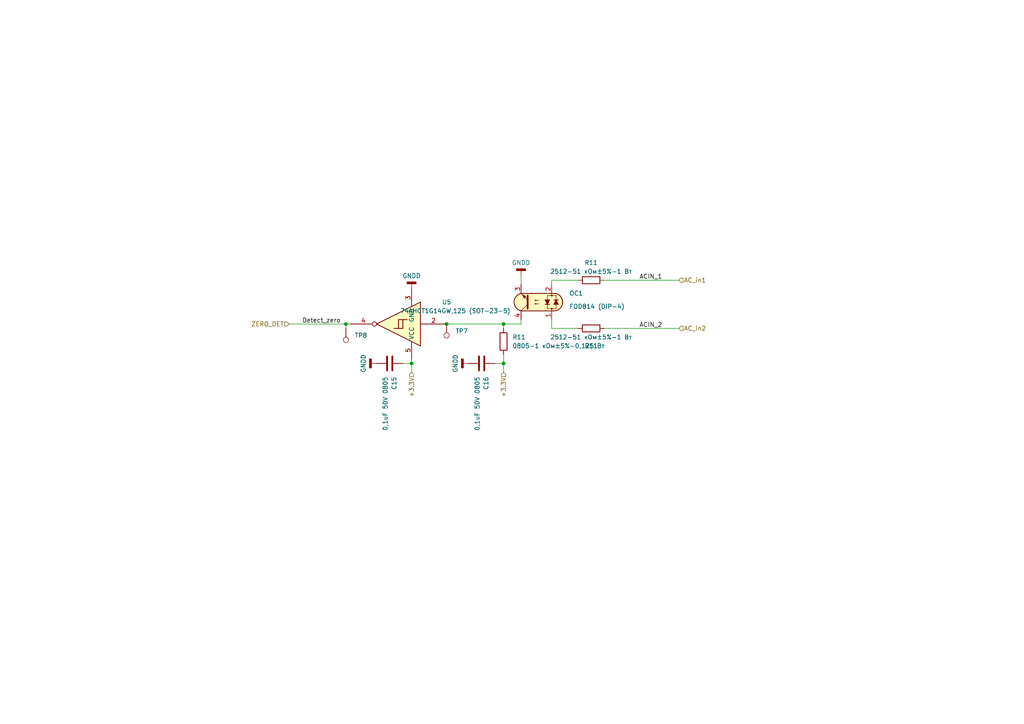
<source format=kicad_sch>
(kicad_sch (version 20230121) (generator eeschema)
  (paper "A4")
  (lib_symbols
    (symbol "74xGxx:74AHCT1G14"
      (property "Reference" "U" (at -2.54 3.81 0))
      (property "Value" "74AHCT1G14" (at 0 -3.81 0))
      (symbol "74AHCT1G14_0_1"
        (polyline (pts (xy -2.54 -1.27) (xy -1.27 -1.27) (xy -1.27 1.27)) (stroke (width 0.254)) (fill (type background)))
        (polyline (pts (xy -7.62 6.35) (xy -7.62 -6.35) (xy 5.08 0) (xy -7.62 6.35)) (stroke (width 0.254)) (fill (type background)))
        (polyline (pts (xy -3.81 -1.27) (xy -2.54 -1.27) (xy -2.54 1.27) (xy 0 1.27)) (stroke (width 0.254)) (fill (type background)))
      )
      (symbol "74AHCT1G14_1_1"
        (pin input line (at -15.24 0 0) (length 7.62) (name "~") (number "2"))
        (pin power_in line (at -5.08 -10.16 90) (length 5.08) (name "GND") (number "3"))
        (pin output inverted (at 12.7 0 180) (length 7.62) (name "~") (number "4"))
        (pin power_in line (at -5.08 10.16 270) (length 5.08) (name "VCC") (number "5"))
      )
    )
    (symbol "Connector:TestPoint" (pin_numbers hide) (pin_names (offset 0.762) hide)
      (property "Reference" "TP" (at 0 6.858 0))
      (property "Value" "TestPoint" (at 0 5.08 0))
      (symbol "TestPoint_0_1"
        (circle (center 0 3.302) (radius 0.762))
      )
      (symbol "TestPoint_1_1"
        (pin passive line (at 0 0 90) (length 2.54) (name "1") (number "1"))
      )
    )
    (symbol "Device:C" (pin_numbers hide) (pin_names (offset 0.254))
      (property "Reference" "C" (at 0.635 2.54 0))
      (property "Value" "C" (at 0.635 -2.54 0))
      (symbol "C_0_1"
        (polyline (pts (xy -2.032 -0.762) (xy 2.032 -0.762)) (stroke (width 0.508)))
        (polyline (pts (xy -2.032 0.762) (xy 2.032 0.762)) (stroke (width 0.508)))
      )
      (symbol "C_1_1"
        (pin passive line (at 0 3.81 270) (length 2.794) (name "~") (number "1"))
        (pin passive line (at 0 -3.81 90) (length 2.794) (name "~") (number "2"))
      )
    )
    (symbol "Device:R" (pin_numbers hide) (pin_names (offset 0))
      (property "Reference" "R" (at 2.032 0 90))
      (property "Value" "R" (at 0 0 90))
      (symbol "R_0_1"
        (rectangle (start -1.016 -2.54) (end 1.016 2.54) (stroke (width 0.254)))
      )
      (symbol "R_1_1"
        (pin passive line (at 0 3.81 270) (length 1.27) (name "~") (number "1"))
        (pin passive line (at 0 -3.81 90) (length 1.27) (name "~") (number "2"))
      )
    )
    (symbol "GNDD_1" (power) (pin_numbers hide) (pin_names (offset 0) hide)
      (property "Value" "GNDD_1" (at 0 -3.175 0))
      (symbol "GNDD_1_0_1"
        (rectangle (start -1.27 -1.524) (end 1.27 -2.032) (stroke (width 0.254)) (fill (type outline)))
        (polyline (pts (xy 0 0) (xy 0 -1.524)))
      )
      (symbol "GNDD_1_1_1"
        (pin power_in line (at 0 0 270) (length 0) hide (name "GNDD") (number "1"))
      )
    )
    (symbol "PCM_Optocoupler_AKL:FOD814" (pin_names (offset 1.016))
      (property "Reference" "OC" (at 7.62 1.27 0))
      (property "Value" "FOD814" (at 7.62 -1.27 0))
      (symbol "FOD814_0_1"
        (arc (start -4.4675 2.54) (mid -6.9851 0) (end -4.4675 -2.54) (stroke (width 0.254)))
        (circle (center -3.81 -1.905) (radius 0.1778) (fill (type outline)))
        (circle (center -3.81 1.905) (radius 0.1778) (fill (type outline)))
        (polyline (pts (xy -5.715 -0.635) (xy -4.445 -0.635)) (stroke (width 0.254)))
        (polyline (pts (xy -4.445 2.54) (xy 4.572 2.54)) (stroke (width 0.254)))
        (polyline (pts (xy -3.81 1.905) (xy -3.81 2.54)) (stroke (width 0.1524)))
        (polyline (pts (xy -1.905 0.635) (xy -3.175 0.635)) (stroke (width 0.254)))
        (polyline (pts (xy 3.175 0.635) (xy 5.08 2.54)))
        (polyline (pts (xy 4.572 -2.54) (xy -4.445 -2.54)) (stroke (width 0.254)))
        (polyline (pts (xy 5.08 -2.54) (xy 3.175 -0.635)) (fill (type outline)))
        (polyline (pts (xy 3.175 1.905) (xy 3.175 -1.905) (xy 3.175 -1.905)) (stroke (width 0.508)))
        (polyline (pts (xy -5.08 -0.635) (xy -5.715 0.635) (xy -4.445 0.635) (xy -5.08 -0.635)) (stroke (width 0.254)) (fill (type outline)))
        (polyline (pts (xy -2.54 0.635) (xy -1.905 -0.635) (xy -3.175 -0.635) (xy -2.54 0.635)) (stroke (width 0.254)) (fill (type outline)))
        (polyline (pts (xy -0.127 -0.508) (xy 1.143 -0.508) (xy 0.762 -0.635) (xy 0.762 -0.381) (xy 1.143 -0.508)))
        (polyline (pts (xy -0.127 0.508) (xy 1.143 0.508) (xy 0.762 0.381) (xy 0.762 0.635) (xy 1.143 0.508)))
        (polyline (pts (xy 3.683 -1.651) (xy 4.191 -1.143) (xy 4.699 -2.159) (xy 3.683 -1.651) (xy 3.683 -1.651)) (fill (type outline)))
        (polyline (pts (xy -3.81 -2.54) (xy -3.81 -1.905) (xy -5.08 -1.905) (xy -5.08 1.905) (xy -2.54 1.905) (xy -2.54 -1.905) (xy -3.81 -1.905)) (stroke (width 0.1524)))
        (polyline (pts (xy -3.81 2.54) (xy 4.826 2.54) (xy 5.334 2.413) (xy 5.969 2.159) (xy 6.604 1.524) (xy 6.985 0.762) (xy 7.112 0) (xy 6.985 -0.889) (xy 6.477 -1.651) (xy 5.969 -2.159) (xy 5.334 -2.413) (xy 4.699 -2.54) (xy -5.08 -2.54) (xy -5.08 -2.54) (xy -5.842 -2.032) (xy -6.35 -1.778) (xy -6.858 -0.508) (xy -6.858 0.254) (xy -6.858 1.016) (xy -6.35 1.778) (xy -5.588 2.286) (xy -4.826 2.54) (xy -3.81 2.54)) (stroke (width 0.01)) (fill (type background)))
        (arc (start 4.5945 -2.54) (mid 7.1121 0) (end 4.5945 2.54) (stroke (width 0.254)))
      )
      (symbol "FOD814_1_1"
        (pin passive line (at -3.81 5.08 270) (length 2.54) (name "~") (number "1"))
        (pin passive line (at -3.81 -5.08 90) (length 2.54) (name "~") (number "2"))
        (pin passive line (at 5.08 -5.08 90) (length 2.54) (name "~") (number "3"))
        (pin passive line (at 5.08 5.08 270) (length 2.54) (name "~") (number "4"))
      )
    )
    (symbol "power:GNDD" (power) (pin_numbers hide) (pin_names (offset 0) hide)
      (property "Value" "GNDD" (at 0 -3.175 0))
      (symbol "GNDD_0_1"
        (rectangle (start -1.27 -1.524) (end 1.27 -2.032) (stroke (width 0.254)) (fill (type outline)))
        (polyline (pts (xy 0 0) (xy 0 -1.524)))
      )
      (symbol "GNDD_1_1"
        (pin power_in line (at 0 0 270) (length 0) hide (name "GNDD") (number "1"))
      )
    )
  )
  (junction (at 146.05 105.41))
  (junction (at 119.38 105.41))
  (junction (at 146.05 93.98))
  (junction (at 100.33 93.98))
  (junction (at 129.54 93.98))
  (wire (pts (xy 100.33 95.25) (xy 100.33 93.98)))
  (wire (pts (xy 160.02 95.25) (xy 160.02 92.71)))
  (wire (pts (xy 119.38 104.14) (xy 119.38 105.41)))
  (wire (pts (xy 151.13 80.01) (xy 151.13 82.55)))
  (wire (pts (xy 119.38 105.41) (xy 116.84 105.41)))
  (wire (pts (xy 146.05 93.98) (xy 146.05 95.25)))
  (wire (pts (xy 146.05 105.41) (xy 146.05 107.95)))
  (wire (pts (xy 143.51 105.41) (xy 146.05 105.41)))
  (wire (pts (xy 83.82 93.98) (xy 100.33 93.98)))
  (wire (pts (xy 146.05 102.87) (xy 146.05 105.41)))
  (wire (pts (xy 151.13 93.98) (xy 151.13 92.71)))
  (wire (pts (xy 160.02 81.28) (xy 167.64 81.28)))
  (wire (pts (xy 129.54 93.98) (xy 146.05 93.98)))
  (wire (pts (xy 100.33 93.98) (xy 101.6 93.98)))
  (wire (pts (xy 175.26 95.25) (xy 196.85 95.25)))
  (wire (pts (xy 160.02 95.25) (xy 167.64 95.25)))
  (wire (pts (xy 160.02 81.28) (xy 160.02 82.55)))
  (wire (pts (xy 146.05 93.98) (xy 151.13 93.98)))
  (wire (pts (xy 119.38 105.41) (xy 119.38 107.95)))
  (wire (pts (xy 175.26 81.28) (xy 196.85 81.28)))
  (label "ACIN_1" (at 185.42 81.28 0))
  (label "Detect_zero" (at 87.63 93.98 0))
  (label "ACIN_2" (at 185.42 95.25 0))
  (hierarchical_label "ZERO_DET" (shape input) (at 83.82 93.98 180))
  (hierarchical_label "AC_in2" (shape input) (at 196.85 95.25 0))
  (hierarchical_label "+3.3V" (shape input) (at 146.05 107.95 270))
  (hierarchical_label "+3.3V" (shape input) (at 119.38 107.95 270))
  (hierarchical_label "AC_in1" (shape input) (at 196.85 81.28 0))
  (symbol (lib_id "Device:C") (at 139.7 105.41 270) (unit 1)
    (property "Reference" "C16" (at 140.97 109.22 0) (effects (justify left)))
    (property "Value" "0,1uF 50V 0805" (at 138.43 109.22 0) (effects (justify left)))
    (property "Footprint" "Capacitor_SMD:C_0805_2012Metric_Pad1.18x1.45mm_HandSolder" (effects hide))
    (instances (project "Плата симистров" (path "" (reference "C16") (unit 1))) (project "Доп плата печи" (path "" (reference "C41") (unit 1))))
  )
  (symbol (lib_id "Device:R") (at 146.05 99.06 0) (unit 1)
    (property "Reference" "R11" (at 148.59 97.79 0) (effects (justify left)))
    (property "Value" "0805-1 кОм±5%-0,125 Вт" (at 148.59 100.33 0) (effects (justify left)))
    (property "Footprint" "Resistor_SMD:R_0805_2012Metric_Pad1.20x1.40mm_HandSolder" (effects hide))
    (instances (project "Плата симистров" (path "" (reference "R11") (unit 1))) (project "Доп плата печи" (path "" (reference "R41") (unit 1))))
  )
  (symbol (lib_name "GNDD_1") (lib_id "power:GNDD") (at 151.13 80.01 180) (unit 1)
    (property "Reference" "#PWR042" (effects hide))
    (property "Value" "GNDD" (at 151.13 76.2 0))
    (instances (project "Плата симистров" (path "" (reference "#PWR042") (unit 1))) (project "Доп плата печи" (path "" (reference "#PWR076") (unit 1))))
  )
  (symbol (lib_id "Connector:TestPoint") (at 100.33 95.25 180) (unit 1) (in_bom no)
    (property "Reference" "TP8" (at 102.87 97.282 0) (effects (justify right)))
    (property "Value" "TestPoint" (effects hide))
    (property "Footprint" "PCM_4ms_TestPoint:TestPoint_D1" (effects hide))
    (instances (project "Плата симистров" (path "" (reference "TP8") (unit 1))) (project "Плата внешних шаговых двигателей" (path "" (reference "TP21") (unit 1)) (path "" (reference "TP5") (unit 1))) (project "Доп плата печи" (path "" (reference "TP35") (unit 1))))
  )
  (symbol (lib_id "power:GNDD") (at 119.38 83.82 180) (unit 1)
    (property "Reference" "#PWR043" (effects hide))
    (property "Value" "GNDD" (at 119.38 80.01 0))
    (instances (project "Плата симистров" (path "" (reference "#PWR043") (unit 1))) (project "Доп плата печи" (path "" (reference "#PWR077") (unit 1))))
  )
  (symbol (lib_id "Connector:TestPoint") (at 129.54 93.98 180) (unit 1) (in_bom no)
    (property "Reference" "TP7" (at 132.08 96.012 0) (effects (justify right)))
    (property "Value" "TestPoint" (effects hide))
    (property "Footprint" "PCM_4ms_TestPoint:TestPoint_D1" (effects hide))
    (instances (project "Плата симистров" (path "" (reference "TP7") (unit 1))) (project "Плата внешних шаговых двигателей" (path "" (reference "TP21") (unit 1)) (path "" (reference "TP5") (unit 1))) (project "Доп плата печи" (path "" (reference "TP34") (unit 1))))
  )
  (symbol (lib_id "power:GNDD") (at 135.89 105.41 270) (unit 1)
    (property "Reference" "#PWR046" (effects hide))
    (property "Value" "GNDD" (at 132.08 105.41 0))
    (instances (project "Плата симистров" (path "" (reference "#PWR046") (unit 1))) (project "Доп плата печи" (path "" (reference "#PWR079") (unit 1))))
  )
  (symbol (lib_id "Device:C") (at 113.03 105.41 270) (unit 1)
    (property "Reference" "C15" (at 114.3 109.22 0) (effects (justify left)))
    (property "Value" "0,1uF 50V 0805" (at 111.76 109.22 0) (effects (justify left)))
    (property "Footprint" "Capacitor_SMD:C_0805_2012Metric_Pad1.18x1.45mm_HandSolder" (effects hide))
    (instances (project "Плата симистров" (path "" (reference "C15") (unit 1))) (project "Доп плата печи" (path "" (reference "C40") (unit 1))))
  )
  (symbol (lib_id "power:GNDD") (at 109.22 105.41 270) (unit 1)
    (property "Reference" "#PWR044" (effects hide))
    (property "Value" "GNDD" (at 105.41 105.41 0))
    (instances (project "Плата симистров" (path "" (reference "#PWR044") (unit 1))) (project "Доп плата печи" (path "" (reference "#PWR078") (unit 1))))
  )
  (symbol (lib_id "Device:R") (at 171.45 81.28 270) (unit 1)
    (property "Reference" "R11" (at 171.45 76.2 90))
    (property "Value" "2512-51 кОм±5%-1 Вт" (at 171.45 78.74 90))
    (property "Footprint" "PCM_Resistor_SMD_AKL:R_2512_6332Metric" (effects hide))
    (instances (project "Плата симистров" (path "" (reference "R11") (unit 1)) (path "" (reference "R13") (unit 1)) (path "" (reference "R17") (unit 1)) (path "" (reference "R21") (unit 1)) (path "" (reference "R9") (unit 1))) (project "Доп плата печи" (path "" (reference "R39") (unit 1))))
  )
  (symbol (lib_id "74xGxx:74AHCT1G14") (at 114.3 93.98 180) (unit 1)
    (property "Reference" "U5" (at 129.54 87.63 0))
    (property "Value" "74AHCT1G14GW,125 (SOT-23-5)" (at 132.08 90.17 0))
    (property "Footprint" "Package_TO_SOT_SMD:SOT-23-5" (effects hide))
    (property "Datasheet" "http://www.ti.com/lit/sg/scyt129e/scyt129e.pdf" (effects hide))
    (instances (project "Плата симистров" (path "" (reference "U5") (unit 1))) (project "Доп плата печи" (path "" (reference "U10") (unit 1))))
  )
  (symbol (lib_id "Device:R") (at 171.45 95.25 90) (unit 1)
    (property "Reference" "R11" (at 171.45 100.33 90))
    (property "Value" "2512-51 кОм±5%-1 Вт" (at 171.45 97.79 90))
    (property "Footprint" "PCM_Resistor_SMD_AKL:R_2512_6332Metric" (effects hide))
    (instances (project "Плата симистров" (path "" (reference "R11") (unit 1)) (path "" (reference "R13") (unit 1)) (path "" (reference "R17") (unit 1)) (path "" (reference "R21") (unit 1)) (path "" (reference "R10") (unit 1))) (project "Доп плата печи" (path "" (reference "R40") (unit 1))))
  )
  (symbol (lib_id "PCM_Optocoupler_AKL:FOD814") (at 156.21 87.63 180) (unit 1)
    (property "Reference" "OC1" (at 165.1 85.09 0) (effects (justify right)))
    (property "Value" "FOD814 (DIP-4)" (at 165.1 88.9 0) (effects (justify right)))
    (property "Footprint" "Package_DIP:DIP-4_W7.62mm_LongPads" (effects hide))
    (property "Datasheet" "https://www.tme.eu/Document/3a0358906a5fcb3aa253d025de809a1d/FOD814300W.PDF" (effects hide))
    (instances (project "Плата симистров" (path "" (reference "OC1") (unit 1))) (project "Доп плата печи" (path "" (reference "OC3") (unit 1))))
  )
)
</source>
